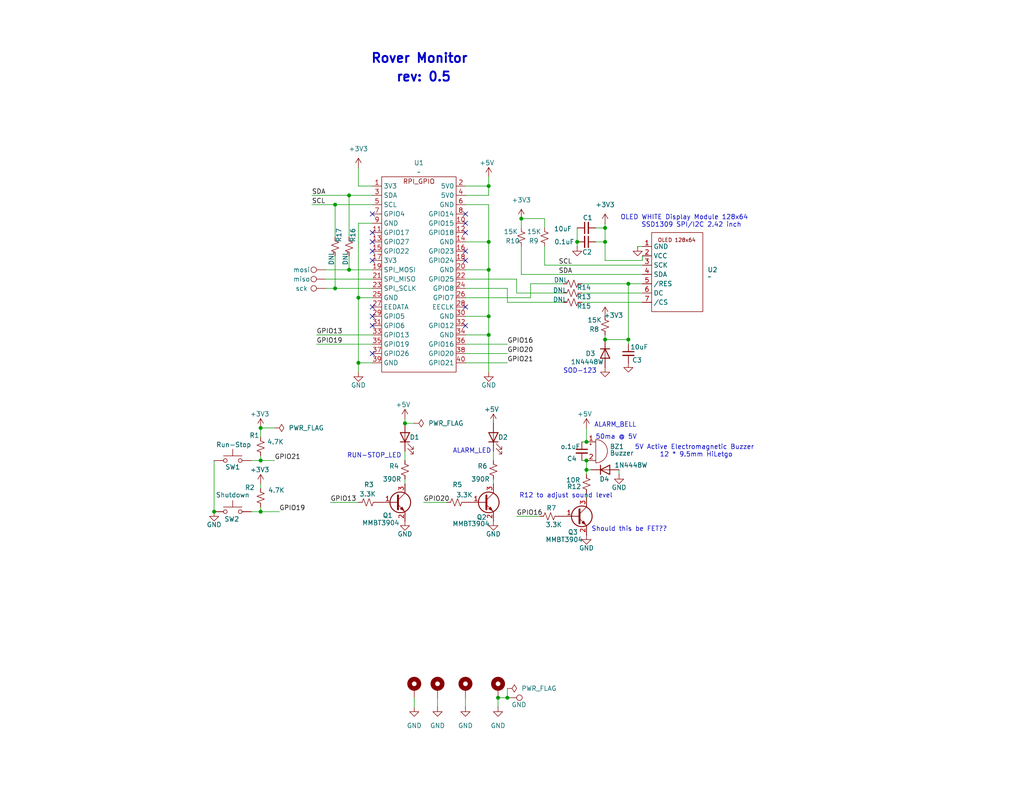
<source format=kicad_sch>
(kicad_sch (version 20231120) (generator "eeschema") (generator_version "8.0")
  (paper "USLetter")
  (title_block (title "Rover Monitor") (date "2025-12-29") (rev "V0.5"))
  (lib_symbols
    (symbol "Connector:TestPoint" (pin_numbers hide) (pin_names (offset 0.762) hide)
      (property "Reference" "TP" (at 0 6.858 0))
      (property "Value" "TestPoint" (at 0 5.08 0))
      (symbol "TestPoint_0_1"
        (circle (center 0 3.302) (radius 0.762))
      )
      (symbol "TestPoint_1_1"
        (pin passive line (at 0 0 90) (length 2.54) (name "1") (number "1"))
      )
    )
    (symbol "Device:Buzzer" (pin_names (offset 0.0254) hide)
      (property "Reference" "BZ" (at 3.81 1.27 0))
      (property "Value" "Buzzer" (at 3.81 -1.27 0))
      (symbol "Buzzer_0_1"
        (arc (start 0 -3.175) (mid 3.1612 0) (end 0 3.175))
        (polyline (pts (xy -1.651 1.905) (xy -1.143 1.905)))
        (polyline (pts (xy -1.397 2.159) (xy -1.397 1.651)))
        (polyline (pts (xy 0 3.175) (xy 0 -3.175)))
      )
      (symbol "Buzzer_1_1"
        (pin passive line (at -2.54 2.54 0) (length 2.54) (name "+") (number "1"))
        (pin passive line (at -2.54 -2.54 0) (length 2.54) (name "-") (number "2"))
      )
    )
    (symbol "Device:C_Small" (pin_numbers hide) (pin_names (offset 0.254) hide)
      (property "Reference" "C" (at 0.254 1.778 0))
      (property "Value" "C_Small" (at 0.254 -2.032 0))
      (symbol "C_Small_0_1"
        (polyline (pts (xy -1.524 -0.508) (xy 1.524 -0.508)) (stroke (width 0.3302)))
        (polyline (pts (xy -1.524 0.508) (xy 1.524 0.508)) (stroke (width 0.3048)))
      )
      (symbol "C_Small_1_1"
        (pin passive line (at 0 2.54 270) (length 2.032) (name "~") (number "1"))
        (pin passive line (at 0 -2.54 90) (length 2.032) (name "~") (number "2"))
      )
    )
    (symbol "Device:LED" (pin_numbers hide) (pin_names (offset 1.016) hide)
      (property "Reference" "D" (at 0 2.54 0))
      (property "Value" "LED" (at 0 -2.54 0))
      (symbol "LED_0_1"
        (polyline (pts (xy -1.27 -1.27) (xy -1.27 1.27)) (stroke (width 0.254)))
        (polyline (pts (xy -1.27 0) (xy 1.27 0)))
        (polyline (pts (xy 1.27 -1.27) (xy 1.27 1.27) (xy -1.27 0) (xy 1.27 -1.27)) (stroke (width 0.254)))
        (polyline (pts (xy -3.048 -0.762) (xy -4.572 -2.286) (xy -3.81 -2.286) (xy -4.572 -2.286) (xy -4.572 -1.524)))
        (polyline (pts (xy -1.778 -0.762) (xy -3.302 -2.286) (xy -2.54 -2.286) (xy -3.302 -2.286) (xy -3.302 -1.524)))
      )
      (symbol "LED_1_1"
        (pin passive line (at -3.81 0 0) (length 2.54) (name "K") (number "1"))
        (pin passive line (at 3.81 0 180) (length 2.54) (name "A") (number "2"))
      )
    )
    (symbol "Device:R_Small_US" (pin_numbers hide) (pin_names (offset 0.254) hide)
      (property "Reference" "R" (at 0.762 0.508 0))
      (property "Value" "R_Small_US" (at 0.762 -1.016 0))
      (symbol "R_Small_US_1_1"
        (polyline (pts (xy 0 0) (xy 1.016 -0.381) (xy 0 -0.762) (xy -1.016 -1.143) (xy 0 -1.524)))
        (polyline (pts (xy 0 1.524) (xy 1.016 1.143) (xy 0 0.762) (xy -1.016 0.381) (xy 0 0)))
        (pin passive line (at 0 2.54 270) (length 1.016) (name "~") (number "1"))
        (pin passive line (at 0 -2.54 90) (length 1.016) (name "~") (number "2"))
      )
    )
    (symbol "Diode:1N4448" (pin_numbers hide) (pin_names hide)
      (property "Reference" "D" (at 0 2.54 0))
      (property "Value" "1N4448" (at 0 -2.54 0))
      (symbol "1N4448_0_1"
        (polyline (pts (xy -1.27 1.27) (xy -1.27 -1.27)) (stroke (width 0.254)))
        (polyline (pts (xy 1.27 0) (xy -1.27 0)))
        (polyline (pts (xy 1.27 1.27) (xy 1.27 -1.27) (xy -1.27 0) (xy 1.27 1.27)) (stroke (width 0.254)))
      )
      (symbol "1N4448_1_1"
        (pin passive line (at -3.81 0 0) (length 2.54) (name "K") (number "1"))
        (pin passive line (at 3.81 0 180) (length 2.54) (name "A") (number "2"))
      )
    )
    (symbol "GND_1" (power) (pin_numbers hide) (pin_names (offset 0) hide)
      (property "Value" "GND" (at 0 -3.81 0))
      (symbol "GND_1_0_1"
        (polyline (pts (xy 0 0) (xy 0 -1.27) (xy 1.27 -1.27) (xy 0 -2.54) (xy -1.27 -1.27) (xy 0 -1.27)))
      )
      (symbol "GND_1_1_1"
        (pin power_in line (at 0 0 270) (length 0) (name "~") (number "1"))
      )
    )
    (symbol "Mechanical:MountingHole_Pad" (pin_numbers hide) (pin_names (offset 1.016) hide)
      (property "Reference" "H" (at 0 6.35 0))
      (property "Value" "MountingHole_Pad" (at 0 4.445 0))
      (symbol "MountingHole_Pad_0_1"
        (circle (center 0 1.27) (radius 1.27) (stroke (width 1.27)))
      )
      (symbol "MountingHole_Pad_1_1"
        (pin input line (at 0 -2.54 90) (length 2.54) (name "1") (number "1"))
      )
    )
    (symbol "PWR_FLAG_1" (power) (pin_numbers hide) (pin_names (offset 0) hide)
      (property "Value" "PWR_FLAG" (at 0 3.81 0))
      (symbol "PWR_FLAG_1_0_0"
        (pin power_out line (at 0 0 90) (length 0) (name "~") (number "1"))
      )
      (symbol "PWR_FLAG_1_0_1"
        (polyline (pts (xy 0 0) (xy 0 1.27) (xy -1.016 1.905) (xy 0 2.54) (xy 1.016 1.905) (xy 0 1.27)))
      )
    )
    (symbol "Switch:SW_Push" (pin_numbers hide) (pin_names (offset 1.016) hide)
      (property "Reference" "SW" (at 1.27 2.54 0))
      (property "Value" "SW_Push" (at 0 -1.524 0))
      (symbol "SW_Push_0_1"
        (circle (center -2.032 0) (radius 0.508))
        (polyline (pts (xy 0 1.27) (xy 0 3.048)))
        (polyline (pts (xy 2.54 1.27) (xy -2.54 1.27)))
        (circle (center 2.032 0) (radius 0.508))
        (pin passive line (at -5.08 0 0) (length 2.54) (name "1") (number "1"))
        (pin passive line (at 5.08 0 180) (length 2.54) (name "2") (number "2"))
      )
    )
    (symbol "Transistor_BJT:MMBT3904" (pin_names (offset 0) hide)
      (property "Reference" "Q" (at 5.08 1.905 0))
      (property "Value" "MMBT3904" (at 5.08 0 0))
      (symbol "MMBT3904_0_1"
        (polyline (pts (xy 0.635 0.635) (xy 2.54 2.54)))
        (polyline (pts (xy 0.635 -0.635) (xy 2.54 -2.54) (xy 2.54 -2.54)))
        (polyline (pts (xy 0.635 1.905) (xy 0.635 -1.905) (xy 0.635 -1.905)) (stroke (width 0.508)))
        (polyline (pts (xy 1.27 -1.778) (xy 1.778 -1.27) (xy 2.286 -2.286) (xy 1.27 -1.778) (xy 1.27 -1.778)) (fill (type outline)))
        (circle (center 1.27 0) (radius 2.8194) (stroke (width 0.254)))
      )
      (symbol "MMBT3904_1_1"
        (pin input line (at -5.08 0 0) (length 5.715) (name "B") (number "1"))
        (pin passive line (at 2.54 -5.08 90) (length 2.54) (name "E") (number "2"))
        (pin passive line (at 2.54 5.08 270) (length 2.54) (name "C") (number "3"))
      )
    )
    (symbol "jerrys_Library:oled_128x64"
      (property "Reference" "U" (at 1.016 2.286 0))
      (symbol "oled_128x64_1_1"
        (rectangle (start 0 1.27) (end 13.97 -20.32))
        (text "OLED 128x64" (at 6.858 -0.762 0) (effects (font (size 1.016 1.016))))
        (pin input line (at -2.54 -2.54 0) (length 2.54) (name "GND") (number "1"))
        (pin input line (at -2.54 -5.08 0) (length 2.54) (name "VCC") (number "2"))
        (pin input line (at -2.54 -7.62 0) (length 2.54) (name "SCK") (number "3"))
        (pin input line (at -2.54 -10.16 0) (length 2.54) (name "SDA") (number "4"))
        (pin input line (at -2.54 -12.7 0) (length 2.54) (name "/RES") (number "5"))
        (pin input line (at -2.54 -15.24 0) (length 2.54) (name "DC") (number "6"))
        (pin input line (at -2.54 -17.78 0) (length 2.54) (name "/CS") (number "7"))
      )
    )
    (symbol "power:+3V3" (power) (pin_numbers hide) (pin_names (offset 0) hide)
      (property "Value" "+3V3" (at 0 3.556 0))
      (symbol "+3V3_0_1"
        (polyline (pts (xy -0.762 1.27) (xy 0 2.54)))
        (polyline (pts (xy 0 0) (xy 0 2.54)))
        (polyline (pts (xy 0 2.54) (xy 0.762 1.27)))
      )
      (symbol "+3V3_1_1"
        (pin power_in line (at 0 0 90) (length 0) (name "~") (number "1"))
      )
    )
    (symbol "power:+5V" (power) (pin_numbers hide) (pin_names (offset 0) hide)
      (property "Value" "+5V" (at 0 3.556 0))
      (symbol "+5V_0_1"
        (polyline (pts (xy -0.762 1.27) (xy 0 2.54)))
        (polyline (pts (xy 0 0) (xy 0 2.54)))
        (polyline (pts (xy 0 2.54) (xy 0.762 1.27)))
      )
      (symbol "+5V_1_1"
        (pin power_in line (at 0 0 90) (length 0) (name "~") (number "1"))
      )
    )
    (symbol "rpi_gpio2_1"
      (property "Reference" "U" (at -7.874 27.686 0))
      (symbol "rpi_gpio2_1_1_1"
        (text "RPI_GPIO" (at 0 25.4 0) (effects (font (size 1.27 1.27))))
        (text_box "" (at -10.16 26.67 0) (size 20.32 -53.34) (fill (type color)) (effects (font (size 1.27 1.27)) (justify left top)))
        (pin output line (at -12.7 24.13 0) (length 2.54) (name "3V3") (number "1"))
        (pin input line (at 12.7 13.97 180) (length 2.54) (name "GPIO15") (number "10"))
        (pin input line (at -12.7 11.43 0) (length 2.54) (name "GPIO17") (number "11"))
        (pin input line (at 12.7 11.43 180) (length 2.54) (name "GPIO18") (number "12"))
        (pin input line (at -12.7 8.89 0) (length 2.54) (name "GPIO27") (number "13"))
        (pin input line (at 12.7 8.89 180) (length 2.54) (name "GND") (number "14"))
        (pin input line (at -12.7 6.35 0) (length 2.54) (name "GPIO22") (number "15"))
        (pin input line (at 12.7 6.35 180) (length 2.54) (name "GPIO23") (number "16"))
        (pin input line (at -12.7 3.81 0) (length 2.54) (name "3V3") (number "17"))
        (pin input line (at 12.7 3.81 180) (length 2.54) (name "GPIO24") (number "18"))
        (pin input line (at -12.7 1.27 0) (length 2.54) (name "SPI_MOSI") (number "19"))
        (pin input line (at 12.7 24.13 180) (length 2.54) (name "5V0") (number "2"))
        (pin input line (at 12.7 1.27 180) (length 2.54) (name "GND") (number "20"))
        (pin input line (at -12.7 -1.27 0) (length 2.54) (name "SPI_MISO") (number "21"))
        (pin input line (at 12.7 -1.27 180) (length 2.54) (name "GPIO25") (number "22"))
        (pin input line (at -12.7 -3.81 0) (length 2.54) (name "SPI_SCLK") (number "23"))
        (pin input line (at 12.7 -3.81 180) (length 2.54) (name "GPIO8") (number "24"))
        (pin input line (at -12.7 -6.35 0) (length 2.54) (name "GND") (number "25"))
        (pin input line (at 12.7 -6.35 180) (length 2.54) (name "GPIO7") (number "26"))
        (pin input line (at -12.7 -8.89 0) (length 2.54) (name "EEDATA") (number "27"))
        (pin input line (at 12.7 -8.89 180) (length 2.54) (name "EECLK") (number "28"))
        (pin input line (at -12.7 -11.43 0) (length 2.54) (name "GPIO5") (number "29"))
        (pin input line (at -12.7 21.59 0) (length 2.54) (name "SDA") (number "3"))
        (pin input line (at 12.7 -11.43 180) (length 2.54) (name "GND") (number "30"))
        (pin input line (at -12.7 -13.97 0) (length 2.54) (name "GPIO6") (number "31"))
        (pin input line (at 12.7 -13.97 180) (length 2.54) (name "GPIO12") (number "32"))
        (pin input line (at -12.7 -16.51 0) (length 2.54) (name "GPIO13") (number "33"))
        (pin input line (at 12.7 -16.51 180) (length 2.54) (name "GND") (number "34"))
        (pin input line (at -12.7 -19.05 0) (length 2.54) (name "GPIO19") (number "35"))
        (pin input line (at 12.7 -19.05 180) (length 2.54) (name "GPIO16") (number "36"))
        (pin input line (at -12.7 -21.59 0) (length 2.54) (name "GPIO26") (number "37"))
        (pin input line (at 12.7 -21.59 180) (length 2.54) (name "GPIO20") (number "38"))
        (pin input line (at -12.7 -24.13 0) (length 2.54) (name "GND") (number "39"))
        (pin input line (at 12.7 21.59 180) (length 2.54) (name "5V0") (number "4"))
        (pin input line (at 12.7 -24.13 180) (length 2.54) (name "GPIO21") (number "40"))
        (pin input line (at -12.7 19.05 0) (length 2.54) (name "SCL") (number "5"))
        (pin input line (at 12.7 19.05 180) (length 2.54) (name "GND") (number "6"))
        (pin input line (at -12.7 16.51 0) (length 2.54) (name "GPIO4") (number "7"))
        (pin input line (at 12.7 16.51 180) (length 2.54) (name "GPIO14") (number "8"))
        (pin input line (at -12.7 13.97 0) (length 2.54) (name "GND") (number "9"))
      )
    )
  )
  (junction (at 71.12 125.73))
  (junction (at 71.12 116.84))
  (junction (at 91.44 55.88))
  (junction (at 142.24 59.69))
  (junction (at 160.02 125.73))
  (junction (at 165.1 66.04))
  (junction (at 133.35 50.8))
  (junction (at 160.02 120.65))
  (junction (at 133.35 66.04))
  (junction (at 138.43 190.5))
  (junction (at 165.1 62.23))
  (junction (at 110.49 115.57))
  (junction (at 157.48 66.04))
  (junction (at 95.25 53.34))
  (junction (at 135.89 190.5))
  (junction (at 171.45 77.47))
  (junction (at 160.02 128.27))
  (junction (at 95.25 73.66))
  (junction (at 71.12 139.7))
  (junction (at 133.35 73.66))
  (junction (at 58.42 139.7))
  (junction (at 97.79 81.28))
  (junction (at 97.79 99.06))
  (junction (at 171.45 92.71))
  (junction (at 133.35 86.36))
  (junction (at 165.1 92.71))
  (junction (at 91.44 78.74))
  (junction (at 133.35 91.44))
  (no_connect (at 127 71.12))
  (no_connect (at 127 60.96))
  (no_connect (at 127 83.82))
  (no_connect (at 101.6 71.12))
  (no_connect (at 101.6 63.5))
  (no_connect (at 101.6 86.36))
  (no_connect (at 101.6 96.52))
  (no_connect (at 101.6 83.82))
  (no_connect (at 101.6 58.42))
  (no_connect (at 127 68.58))
  (no_connect (at 101.6 88.9))
  (no_connect (at 127 63.5))
  (no_connect (at 101.6 66.04))
  (no_connect (at 101.6 68.58))
  (no_connect (at 127 88.9))
  (no_connect (at 127 58.42))
  (wire (pts (xy 133.35 86.36) (xy 133.35 91.44)))
  (wire (pts (xy 71.12 119.38) (xy 71.12 116.84)))
  (wire (pts (xy 148.59 62.23) (xy 148.59 59.69)))
  (wire (pts (xy 119.38 190.5) (xy 119.38 193.04)))
  (wire (pts (xy 113.03 190.5) (xy 113.03 193.04)))
  (wire (pts (xy 168.91 129.54) (xy 168.91 128.27)))
  (wire (pts (xy 138.43 187.96) (xy 138.43 190.5)))
  (wire (pts (xy 127 91.44) (xy 133.35 91.44)))
  (wire (pts (xy 127 86.36) (xy 133.35 86.36)))
  (wire (pts (xy 68.58 139.7) (xy 71.12 139.7)))
  (wire (pts (xy 101.6 60.96) (xy 97.79 60.96)))
  (wire (pts (xy 115.57 137.16) (xy 121.92 137.16)))
  (wire (pts (xy 85.09 53.34) (xy 95.25 53.34)))
  (wire (pts (xy 127 53.34) (xy 133.35 53.34)))
  (wire (pts (xy 110.49 115.57) (xy 113.03 115.57)))
  (wire (pts (xy 127 96.52) (xy 138.43 96.52)))
  (wire (pts (xy 140.97 80.01) (xy 153.67 80.01)))
  (wire (pts (xy 134.62 130.81) (xy 134.62 132.08)))
  (wire (pts (xy 142.24 74.93) (xy 175.26 74.93)))
  (wire (pts (xy 160.02 128.27) (xy 160.02 125.73)))
  (wire (pts (xy 110.49 123.19) (xy 110.49 125.73)))
  (wire (pts (xy 175.26 67.31) (xy 173.99 67.31)))
  (wire (pts (xy 158.75 82.55) (xy 175.26 82.55)))
  (wire (pts (xy 127 99.06) (xy 138.43 99.06)))
  (wire (pts (xy 140.97 140.97) (xy 147.32 140.97)))
  (wire (pts (xy 91.44 78.74) (xy 101.6 78.74)))
  (wire (pts (xy 157.48 66.04) (xy 157.48 67.31)))
  (wire (pts (xy 71.12 116.84) (xy 74.93 116.84)))
  (wire (pts (xy 165.1 60.96) (xy 165.1 62.23)))
  (wire (pts (xy 133.35 73.66) (xy 133.35 86.36)))
  (wire (pts (xy 135.89 190.5) (xy 135.89 193.04)))
  (wire (pts (xy 95.25 69.85) (xy 95.25 73.66)))
  (wire (pts (xy 127 76.2) (xy 140.97 76.2)))
  (wire (pts (xy 85.09 55.88) (xy 91.44 55.88)))
  (wire (pts (xy 97.79 45.72) (xy 97.79 50.8)))
  (wire (pts (xy 158.75 77.47) (xy 171.45 77.47)))
  (wire (pts (xy 157.48 62.23) (xy 157.48 66.04)))
  (wire (pts (xy 133.35 55.88) (xy 133.35 66.04)))
  (wire (pts (xy 134.62 123.19) (xy 134.62 125.73)))
  (wire (pts (xy 91.44 55.88) (xy 91.44 64.77)))
  (wire (pts (xy 162.56 66.04) (xy 165.1 66.04)))
  (wire (pts (xy 97.79 81.28) (xy 97.79 99.06)))
  (wire (pts (xy 142.24 74.93) (xy 142.24 67.31)))
  (wire (pts (xy 140.97 76.2) (xy 140.97 80.01)))
  (wire (pts (xy 110.49 130.81) (xy 110.49 132.08)))
  (wire (pts (xy 68.58 125.73) (xy 71.12 125.73)))
  (wire (pts (xy 110.49 114.3) (xy 110.49 115.57)))
  (wire (pts (xy 127 73.66) (xy 133.35 73.66)))
  (wire (pts (xy 162.56 62.23) (xy 165.1 62.23)))
  (wire (pts (xy 158.75 120.65) (xy 160.02 120.65)))
  (wire (pts (xy 160.02 129.54) (xy 160.02 128.27)))
  (wire (pts (xy 148.59 72.39) (xy 175.26 72.39)))
  (wire (pts (xy 175.26 71.12) (xy 165.1 71.12)))
  (wire (pts (xy 88.9 73.66) (xy 95.25 73.66)))
  (wire (pts (xy 165.1 92.71) (xy 171.45 92.71)))
  (wire (pts (xy 142.24 59.69) (xy 142.24 62.23)))
  (wire (pts (xy 171.45 92.71) (xy 171.45 93.98)))
  (wire (pts (xy 175.26 71.12) (xy 175.26 69.85)))
  (wire (pts (xy 144.78 77.47) (xy 153.67 77.47)))
  (wire (pts (xy 91.44 55.88) (xy 101.6 55.88)))
  (wire (pts (xy 90.17 137.16) (xy 97.79 137.16)))
  (wire (pts (xy 165.1 62.23) (xy 165.1 66.04)))
  (wire (pts (xy 127 55.88) (xy 133.35 55.88)))
  (wire (pts (xy 95.25 53.34) (xy 95.25 64.77)))
  (wire (pts (xy 71.12 133.35) (xy 71.12 132.08)))
  (wire (pts (xy 88.9 76.2) (xy 101.6 76.2)))
  (wire (pts (xy 165.1 92.71) (xy 165.1 91.44)))
  (wire (pts (xy 97.79 60.96) (xy 97.79 81.28)))
  (wire (pts (xy 95.25 53.34) (xy 101.6 53.34)))
  (wire (pts (xy 58.42 125.73) (xy 58.42 139.7)))
  (wire (pts (xy 133.35 91.44) (xy 133.35 101.6)))
  (wire (pts (xy 171.45 77.47) (xy 175.26 77.47)))
  (wire (pts (xy 171.45 77.47) (xy 171.45 92.71)))
  (wire (pts (xy 86.36 93.98) (xy 101.6 93.98)))
  (wire (pts (xy 71.12 125.73) (xy 71.12 124.46)))
  (wire (pts (xy 88.9 78.74) (xy 91.44 78.74)))
  (wire (pts (xy 71.12 125.73) (xy 74.93 125.73)))
  (wire (pts (xy 91.44 69.85) (xy 91.44 78.74)))
  (wire (pts (xy 97.79 81.28) (xy 101.6 81.28)))
  (wire (pts (xy 97.79 99.06) (xy 97.79 101.6)))
  (wire (pts (xy 158.75 80.01) (xy 175.26 80.01)))
  (wire (pts (xy 160.02 135.89) (xy 160.02 134.62)))
  (wire (pts (xy 133.35 66.04) (xy 133.35 73.66)))
  (wire (pts (xy 160.02 116.84) (xy 160.02 120.65)))
  (wire (pts (xy 101.6 50.8) (xy 97.79 50.8)))
  (wire (pts (xy 138.43 82.55) (xy 153.67 82.55)))
  (wire (pts (xy 160.02 128.27) (xy 161.29 128.27)))
  (wire (pts (xy 127 190.5) (xy 127 193.04)))
  (wire (pts (xy 97.79 99.06) (xy 101.6 99.06)))
  (wire (pts (xy 127 93.98) (xy 138.43 93.98)))
  (wire (pts (xy 158.75 125.73) (xy 160.02 125.73)))
  (wire (pts (xy 127 78.74) (xy 138.43 78.74)))
  (wire (pts (xy 148.59 72.39) (xy 148.59 67.31)))
  (wire (pts (xy 86.36 91.44) (xy 101.6 91.44)))
  (wire (pts (xy 127 50.8) (xy 133.35 50.8)))
  (wire (pts (xy 148.59 59.69) (xy 142.24 59.69)))
  (wire (pts (xy 144.78 81.28) (xy 144.78 77.47)))
  (wire (pts (xy 138.43 78.74) (xy 138.43 82.55)))
  (wire (pts (xy 71.12 139.7) (xy 71.12 138.43)))
  (wire (pts (xy 133.35 53.34) (xy 133.35 50.8)))
  (wire (pts (xy 127 81.28) (xy 144.78 81.28)))
  (wire (pts (xy 165.1 66.04) (xy 165.1 71.12)))
  (wire (pts (xy 95.25 73.66) (xy 101.6 73.66)))
  (wire (pts (xy 71.12 139.7) (xy 76.2 139.7)))
  (wire (pts (xy 127 66.04) (xy 133.35 66.04)))
  (wire (pts (xy 133.35 50.8) (xy 133.35 48.26)))
  (wire (pts (xy 135.89 190.5) (xy 138.43 190.5)))
  (text "RUN-STOP_LED" (at 102.108 124.46 0) (effects (font (size 1.27 1.27))))
  (text "ALARM_BELL" (at 167.894 116.078 0) (effects (font (size 1.27 1.27))))
  (text "rev: 0.5" (at 107.95 22.606 0) (effects (font (size 2.5 2.5) (thickness 0.5) (bold yes)) (justify left bottom)))
  (text "SOD-123" (at 158.242 101.346 0) (effects (font (size 1.27 1.27))))
  (text "Rover Monitor" (at 101.092 17.526 0) (effects (font (size 2.5 2.5) (thickness 0.5) (bold yes)) (justify left bottom)))
  (text "50ma @ 5V" (at 168.148 119.38 0) (effects (font (size 1.27 1.27))))
  (text "Should this be FET??" (at 171.704 144.526 0) (effects (font (size 1.27 1.27))))
  (text "OLED WHITE Display Module 128x64 \n   SSD1309 SPI/I2C 2.42 inch" (at 187.198 60.452 0) (effects (font (size 1.27 1.27))))
  (text "ALARM_LED" (at 128.778 123.19 0) (effects (font (size 1.27 1.27))))
  (text "5V Active Electromagnetic Buzzer\n 12 * 9.5mm HiLetgo" (at 189.484 123.19 0) (effects (font (size 1.27 1.27))))
  (text "R12 to adjust sound level" (at 154.432 135.382 0) (effects (font (size 1.27 1.27))))
  (label "GPIO20" (at 115.57 137.16 0))
  (label "GPIO21" (at 74.93 125.73 0))
  (label "SCL" (at 152.4 72.39 0))
  (label "GPIO13" (at 90.17 137.16 0))
  (label "GPIO13" (at 86.36 91.44 0))
  (label "SCL" (at 85.09 55.88 0))
  (label "GPIO16" (at 140.97 140.97 0))
  (label "SDA" (at 85.09 53.34 0))
  (label "GPIO19" (at 76.2 139.7 0))
  (label "SDA" (at 152.4 74.93 0))
  (label "GPIO16" (at 138.43 93.98 0))
  (label "GPIO21" (at 138.43 99.06 0))
  (label "GPIO19" (at 86.36 93.98 0))
  (label "GPIO20" (at 138.43 96.52 0))
  (symbol (lib_id "Transistor_BJT:MMBT3904") (at 157.48 140.97 0) (unit 1)
    (property "Reference" "Q3" (at 154.94 145.288 0) (effects (justify left)))
    (property "Value" "MMBT3904" (at 148.844 147.32 0) (effects (justify left)))
    (property "Footprint" "Package_TO_SOT_SMD:SOT-23" (effects (hide yes)))
    (property "Datasheet" "https://www.onsemi.com/pdf/datasheet/pzt3904-d.pdf" (effects (hide yes)))
    (property "Description" "0.2A Ic, 40V Vce, Small Signal NPN Transistor, SOT-23" (effects (hide yes)))
  )
  (symbol (lib_name "GND_1") (lib_id "power:GND") (at 119.38 193.04 0) (unit 1)
    (property "Reference" "#PWR22" (effects (hide yes)))
    (property "Value" "GND" (at 119.38 198.12 0))
    (property "Description" "Power symbol creates a global label with name \"GND\" , ground" (effects (hide yes)))
  )
  (symbol (lib_id "Device:C_Small") (at 160.02 62.23 90) (mirror x) (unit 1)
    (property "Reference" "C1" (at 159.004 59.436 90) (effects (justify right)))
    (property "Value" "10uF" (at 151.13 62.484 90) (effects (justify right)))
    (property "Footprint" "Capacitor_SMD:C_0805_2012Metric_Pad1.18x1.45mm_HandSolder" (effects (hide yes)))
    (property "Description" "CAP CER, 10uF, 25V, X7R, 0805" (effects (hide yes)))
    (property "Vendor" "Digikey" (effects (hide yes)))
    (property "Vendor Part#" "1276-1099-1-ND " (effects (hide yes)))
  )
  (symbol (lib_id "Device:R_Small_US") (at 156.21 80.01 90) (unit 1) (in_bom no) (on_board no)
    (property "Reference" "R13" (at 161.29 81.026 90) (effects (justify left)))
    (property "Value" "DNL" (at 154.686 79.248 90) (effects (justify left)))
    (property "Footprint" "Resistor_SMD:R_0805_2012Metric_Pad1.20x1.40mm_HandSolder" (effects (hide yes)))
    (property "Description" "RES 0R OHM 1% 1/8W 0805" (effects (hide yes)))
    (property "Vendor" "Digikey" (effects (hide yes)))
    (property "Vendor Part#" "RMCF0805FT100RCT-ND " (effects (hide yes)))
  )
  (symbol (lib_name "GND_1") (lib_id "power:GND") (at 157.48 67.31 0) (mirror y) (unit 1)
    (property "Reference" "#PWR14" (effects (hide yes)))
    (property "Value" "GND" (effects (hide yes)))
    (property "Description" "Power symbol creates a global label with name \"GND\" , ground" (effects (hide yes)))
  )
  (symbol (lib_name "GND_1") (lib_id "power:GND") (at 135.89 193.04 0) (unit 1)
    (property "Reference" "#PWR13" (effects (hide yes)))
    (property "Value" "GND" (at 135.89 198.12 0))
    (property "Description" "Power symbol creates a global label with name \"GND\" , ground" (effects (hide yes)))
  )
  (symbol (lib_id "Device:R_Small_US") (at 71.12 135.89 0) (unit 1)
    (property "Reference" "R2" (at 66.802 133.096 0) (effects (justify left)))
    (property "Value" "4.7K" (at 73.152 133.858 0) (effects (justify left)))
    (property "Footprint" "Resistor_SMD:R_0805_2012Metric_Pad1.20x1.40mm_HandSolder" (effects (hide yes)))
    (property "Description" "RES 4.7K OHM 1% 1/8W 0805" (effects (hide yes)))
    (property "Vendor" "Digikey" (effects (hide yes)))
    (property "Vendor Part#" "RMCF0805FT100RCT-ND " (effects (hide yes)))
  )
  (symbol (lib_id "Connector:TestPoint") (at 88.9 76.2 90) (unit 1) (in_bom no)
    (property "Reference" "miso1" (effects (hide yes)))
    (property "Value" "miso" (at 82.296 76.2 90))
    (property "Footprint" "TestPoint:TestPoint_THTPad_D2.0mm_Drill1.0mm" (effects (hide yes)))
  )
  (symbol (lib_id "Device:LED") (at 110.49 119.38 90) (unit 1)
    (property "Reference" "D1" (at 111.76 119.38 90) (effects (justify right)))
    (property "Value" "Run-Stop" (effects (hide yes)))
    (property "Footprint" "LED_SMD:LED_1206_3216Metric_Pad1.42x1.75mm_HandSolder" (effects (hide yes)))
    (property "Datasheet" "https://sunledusa.com/products/spec/XZM2CRK55W-3.pdf" (effects (hide yes)))
    (property "Description" "LED RED CLEAR SMD  1206" (effects (hide yes)))
    (property "Vendor" "Digikey" (effects (hide yes)))
    (property "Vendor Part#" "732-11422-1-ND " (effects (hide yes)))
  )
  (symbol (lib_id "Device:R_Small_US") (at 160.02 132.08 0) (unit 1)
    (property "Reference" "R12" (at 154.686 132.842 0) (effects (justify left)))
    (property "Value" "10R" (at 154.432 131.064 0) (effects (justify left)))
    (property "Footprint" "Resistor_SMD:R_0805_2012Metric_Pad1.20x1.40mm_HandSolder" (effects (hide yes)))
    (property "Description" "RES 10 OHM 1% 1/8W 0805" (effects (hide yes)))
    (property "Vendor" "Digikey" (effects (hide yes)))
    (property "Vendor Part#" "RMCF0805FT100RCT-ND " (effects (hide yes)))
  )
  (symbol (lib_id "Device:R_Small_US") (at 91.44 67.31 180) (unit 1)
    (property "Reference" "R17" (at 92.456 62.23 90) (effects (justify left)))
    (property "Value" "DNL" (at 90.424 68.58 90) (effects (justify left)))
    (property "Footprint" "Resistor_SMD:R_0805_2012Metric_Pad1.20x1.40mm_HandSolder" (effects (hide yes)))
    (property "Description" "RES 0R OHM 1% 1/8W 0805" (effects (hide yes)))
    (property "Vendor" "Digikey" (effects (hide yes)))
    (property "Vendor Part#" "RMCF0805FT100RCT-ND " (effects (hide yes)))
  )
  (symbol (lib_name "PWR_FLAG_1") (lib_id "power:PWR_FLAG") (at 113.03 115.57 270) (unit 1)
    (property "Reference" "#FLG3" (effects (hide yes)))
    (property "Value" "PWR_FLAG" (at 116.84 115.5699 90) (effects (justify left)))
    (property "Description" "Special symbol for telling ERC where power comes from" (effects (hide yes)))
  )
  (symbol (lib_id "Mechanical:MountingHole_Pad") (at 113.03 187.96 0) (unit 1) (in_bom no)
    (property "Reference" "H4" (effects (hide yes)))
    (property "Value" "MountingHole_Pad" (effects (hide yes)))
    (property "Footprint" "MountingHole:MountingHole_3.2mm_M3_ISO7380_Pad_TopBottom" (effects (hide yes)))
  )
  (symbol (lib_name "rpi_gpio2_1") (lib_id "jerrys_Library:rpi_gpio2") (at 114.3 74.93 0) (unit 1)
    (property "Reference" "U1" (at 114.3 44.45 0))
    (property "Value" "~" (at 114.3 46.99 0))
    (property "Footprint" "Connector_PinHeader_2.54mm:PinHeader_2x20_P2.54mm_Vertical" (effects (hide yes)))
  )
  (symbol (lib_id "Connector:TestPoint") (at 88.9 73.66 90) (unit 1) (in_bom no)
    (property "Reference" "mosi1" (effects (hide yes)))
    (property "Value" "mosi" (at 82.296 73.66 90))
    (property "Footprint" "TestPoint:TestPoint_THTPad_D2.0mm_Drill1.0mm" (effects (hide yes)))
  )
  (symbol (lib_id "Mechanical:MountingHole_Pad") (at 119.38 187.96 0) (unit 1) (in_bom no)
    (property "Reference" "H3" (effects (hide yes)))
    (property "Value" "MountingHole_Pad" (effects (hide yes)))
    (property "Footprint" "MountingHole:MountingHole_3.2mm_M3_ISO7380_Pad_TopBottom" (effects (hide yes)))
  )
  (symbol (lib_id "Device:R_Small_US") (at 149.86 140.97 270) (unit 1)
    (property "Reference" "R7" (at 149.098 138.684 90) (effects (justify left)))
    (property "Value" "3.3K" (at 148.844 143.256 90) (effects (justify left)))
    (property "Footprint" "Resistor_SMD:R_0805_2012Metric_Pad1.20x1.40mm_HandSolder" (effects (hide yes)))
    (property "Description" "RES 100 OHM 1% 1/8W 0805" (effects (hide yes)))
    (property "Vendor" "Digikey" (effects (hide yes)))
    (property "Vendor Part#" "RMCF0805FT100RCT-ND " (effects (hide yes)))
  )
  (symbol (lib_name "GND_1") (lib_id "power:GND") (at 133.35 101.6 0) (unit 1)
    (property "Reference" "#PWR10" (effects (hide yes)))
    (property "Value" "GND" (at 133.35 105.156 0))
    (property "Description" "Power symbol creates a global label with name \"GND\" , ground" (effects (hide yes)))
  )
  (symbol (lib_name "GND_1") (lib_id "power:GND") (at 165.1 100.33 0) (mirror y) (unit 1)
    (property "Reference" "#PWR20" (effects (hide yes)))
    (property "Value" "GND" (effects (hide yes)))
    (property "Description" "Power symbol creates a global label with name \"GND\" , ground" (effects (hide yes)))
  )
  (symbol (lib_id "power:+3V3") (at 165.1 60.96 0) (mirror y) (unit 1)
    (property "Reference" "#PWR17" (effects (hide yes)))
    (property "Value" "+3V3" (at 165.1 55.88 0))
    (property "Description" "Power symbol creates a global label with name \"+3V3\"" (effects (hide yes)))
  )
  (symbol (lib_id "Device:R_Small_US") (at 156.21 82.55 90) (unit 1) (in_bom no) (on_board no)
    (property "Reference" "R15" (at 161.29 83.566 90) (effects (justify left)))
    (property "Value" "DNL" (at 154.686 81.788 90) (effects (justify left)))
    (property "Footprint" "Resistor_SMD:R_0805_2012Metric_Pad1.20x1.40mm_HandSolder" (effects (hide yes)))
    (property "Description" "RES 0R OHM 1% 1/8W 0805" (effects (hide yes)))
    (property "Vendor" "Digikey" (effects (hide yes)))
    (property "Vendor Part#" "RMCF0805FT100RCT-ND " (effects (hide yes)))
  )
  (symbol (lib_id "power:+3V3") (at 71.12 116.84 0) (unit 1)
    (property "Reference" "#PWR2" (effects (hide yes)))
    (property "Value" "+3V3" (at 70.866 113.03 0))
    (property "Description" "Power symbol creates a global label with name \"+3V3\"" (effects (hide yes)))
  )
  (symbol (lib_id "power:+5V") (at 160.02 116.84 0) (unit 1)
    (property "Reference" "#PWR15" (effects (hide yes)))
    (property "Value" "+5V" (at 159.512 113.03 0))
    (property "Description" "Power symbol creates a global label with name \"+5V\"" (effects (hide yes)))
  )
  (symbol (lib_id "Device:R_Small_US") (at 100.33 137.16 270) (unit 1)
    (property "Reference" "R3" (at 99.314 132.334 90) (effects (justify left)))
    (property "Value" "3.3K" (at 98.044 134.874 90) (effects (justify left)))
    (property "Footprint" "Resistor_SMD:R_0805_2012Metric_Pad1.20x1.40mm_HandSolder" (effects (hide yes)))
    (property "Description" "RES 3.3K OHM 1% 1/8W 0805" (effects (hide yes)))
    (property "Vendor" "Digikey" (effects (hide yes)))
    (property "Vendor Part#" "RMCF0805FT100RCT-ND " (effects (hide yes)))
  )
  (symbol (lib_name "GND_1") (lib_id "power:GND") (at 113.03 193.04 0) (unit 1)
    (property "Reference" "#PWR23" (effects (hide yes)))
    (property "Value" "GND" (at 113.03 198.12 0))
    (property "Description" "Power symbol creates a global label with name \"GND\" , ground" (effects (hide yes)))
  )
  (symbol (lib_id "jerrys_Library:oled_128x64") (at 177.8 64.77 0) (unit 1)
    (property "Reference" "U2" (at 193.04 73.6599 0) (effects (justify left)))
    (property "Value" "~" (at 193.04 75.565 0) (effects (justify left)))
    (property "Footprint" "jerrys_Library:oled_128x64_r2" (effects (hide yes)))
    (property "Description" "OLED WHITE Display Module 128x64 SSD1309 SPI/I2C 2.42 inch" (effects (hide yes)))
  )
  (symbol (lib_id "Mechanical:MountingHole_Pad") (at 135.89 187.96 0) (unit 1) (in_bom no)
    (property "Reference" "H2" (effects (hide yes)))
    (property "Value" "MountingHole_Pad" (effects (hide yes)))
    (property "Footprint" "MountingHole:MountingHole_3.2mm_M3_ISO7380_Pad_TopBottom" (effects (hide yes)))
  )
  (symbol (lib_name "GND_1") (lib_id "power:GND") (at 110.49 142.24 0) (unit 1)
    (property "Reference" "#PWR7" (effects (hide yes)))
    (property "Value" "GND" (at 110.49 145.796 0))
    (property "Description" "Power symbol creates a global label with name \"GND\" , ground" (effects (hide yes)))
  )
  (symbol (lib_id "Device:LED") (at 134.62 119.38 90) (unit 1)
    (property "Reference" "D2" (at 135.89 119.38 90) (effects (justify right)))
    (property "Value" "Alarm" (effects (hide yes)))
    (property "Footprint" "LED_SMD:LED_1206_3216Metric_Pad1.42x1.75mm_HandSolder" (effects (hide yes)))
    (property "Datasheet" "https://sunledusa.com/products/spec/XZM2CRK55W-3.pdf" (effects (hide yes)))
    (property "Description" "LED RED CLEAR SMD  1206" (effects (hide yes)))
    (property "Vendor" "Digikey" (effects (hide yes)))
    (property "Vendor Part#" "732-11422-1-ND " (effects (hide yes)))
  )
  (symbol (lib_id "Switch:SW_Push") (at 63.5 125.73 0) (unit 1)
    (property "Reference" "SW1" (at 63.5 127.508 0))
    (property "Value" "Run-Stop" (at 63.754 121.412 0))
    (property "Footprint" "Button_Switch_THT:SW_TH_Tactile_Omron_B3F-10xx" (effects (hide yes)))
    (property "Description" "Push button switch, generic, two pins" (effects (hide yes)))
  )
  (symbol (lib_id "Device:R_Small_US") (at 148.59 64.77 0) (unit 1)
    (property "Reference" "R9" (at 144.272 65.786 0) (effects (justify left)))
    (property "Value" "15K" (at 143.764 63.246 0) (effects (justify left)))
    (property "Footprint" "Resistor_SMD:R_0805_2012Metric_Pad1.20x1.40mm_HandSolder" (effects (hide yes)))
    (property "Description" "RES 15K OHM 1% 1/8W 0805" (effects (hide yes)))
    (property "Vendor" "Digikey" (effects (hide yes)))
    (property "Vendor Part#" "RMCF0805FT100RCT-ND " (effects (hide yes)))
  )
  (symbol (lib_id "power:+5V") (at 134.62 115.57 0) (unit 1)
    (property "Reference" "#PWR11" (effects (hide yes)))
    (property "Value" "+5V" (at 134.112 111.76 0))
    (property "Description" "Power symbol creates a global label with name \"+5V\"" (effects (hide yes)))
  )
  (symbol (lib_id "power:+5V") (at 110.49 114.3 0) (unit 1)
    (property "Reference" "#PWR6" (effects (hide yes)))
    (property "Value" "+5V" (at 109.982 110.49 0))
    (property "Description" "Power symbol creates a global label with name \"+5V\"" (effects (hide yes)))
  )
  (symbol (lib_id "Device:R_Small_US") (at 142.24 64.77 0) (unit 1)
    (property "Reference" "R10" (at 137.922 65.786 0) (effects (justify left)))
    (property "Value" "15K" (at 137.414 63.246 0) (effects (justify left)))
    (property "Footprint" "Resistor_SMD:R_0805_2012Metric_Pad1.20x1.40mm_HandSolder" (effects (hide yes)))
    (property "Description" "RES 15K OHM 1% 1/8W 0805" (effects (hide yes)))
    (property "Vendor" "Digikey" (effects (hide yes)))
    (property "Vendor Part#" "RMCF0805FT100RCT-ND " (effects (hide yes)))
  )
  (symbol (lib_id "Device:R_Small_US") (at 95.25 67.31 180) (unit 1) (in_bom no) (on_board no)
    (property "Reference" "R16" (at 96.266 62.23 90) (effects (justify left)))
    (property "Value" "DNL" (at 94.234 68.58 90) (effects (justify left)))
    (property "Footprint" "Resistor_SMD:R_0805_2012Metric_Pad1.20x1.40mm_HandSolder" (effects (hide yes)))
    (property "Description" "RES 0R OHM 1% 1/8W 0805" (effects (hide yes)))
    (property "Vendor" "Digikey" (effects (hide yes)))
    (property "Vendor Part#" "RMCF0805FT100RCT-ND " (effects (hide yes)))
  )
  (symbol (lib_id "Device:Buzzer") (at 162.56 123.19 0) (unit 1)
    (property "Reference" "BZ1" (at 166.37 121.9199 0) (effects (justify left)))
    (property "Value" "Buzzer" (at 166.37 123.698 0) (effects (justify left)))
    (property "Footprint" "Buzzer_Beeper:Buzzer_12x9.5RM7.6" (effects (hide yes)))
    (property "Description" "Buzzer, polarized  5V Active Electromagnetic Buzzer 12 * 9.5mm HiLetgo" (effects (hide yes)))
  )
  (symbol (lib_id "Diode:1N4448") (at 165.1 128.27 0) (unit 1)
    (property "Reference" "D4" (at 163.576 130.81 0) (effects (justify left)))
    (property "Value" "1N4448W" (at 167.64 127 0) (effects (justify left)))
    (property "Footprint" "Diode_SMD:D_SOD-123" (effects (hide yes)))
    (property "Datasheet" "https://assets.nexperia.com/documents/data-sheet/1N4148_1N4448.pdf" (effects (hide yes)))
    (property "Description" "100V 0.15A High-speed standard diode, DO-35" (effects (hide yes)))
    (property "Sim.Device" "D" (effects (hide yes)))
    (property "Sim.Pins" "1=K 2=A" (effects (hide yes)))
  )
  (symbol (lib_id "Device:C_Small") (at 160.02 66.04 270) (mirror x) (unit 1)
    (property "Reference" "C2" (at 161.544 68.834 90) (effects (justify right)))
    (property "Value" "0.1uF" (at 156.718 66.04 90) (effects (justify right)))
    (property "Footprint" "Capacitor_SMD:C_0805_2012Metric_Pad1.18x1.45mm_HandSolder" (effects (hide yes)))
    (property "Description" "CAP CER, 0.1uF, 25V, X7R, 0805" (effects (hide yes)))
    (property "Vendor" "Digikey" (effects (hide yes)))
    (property "Vendor Part#" "1276-1099-1-ND " (effects (hide yes)))
  )
  (symbol (lib_id "power:+3V3") (at 142.24 59.69 0) (mirror y) (unit 1)
    (property "Reference" "#PWR24" (effects (hide yes)))
    (property "Value" "+3V3" (at 142.24 54.61 0))
    (property "Description" "Power symbol creates a global label with name \"+3V3\"" (effects (hide yes)))
  )
  (symbol (lib_id "Device:R_Small_US") (at 156.21 77.47 90) (unit 1) (in_bom no) (on_board no)
    (property "Reference" "R14" (at 161.29 78.486 90) (effects (justify left)))
    (property "Value" "DNL" (at 154.94 76.454 90) (effects (justify left)))
    (property "Footprint" "Resistor_SMD:R_0805_2012Metric_Pad1.20x1.40mm_HandSolder" (effects (hide yes)))
    (property "Description" "RES 0R OHM 1% 1/8W 0805" (effects (hide yes)))
    (property "Vendor" "Digikey" (effects (hide yes)))
    (property "Vendor Part#" "RMCF0805FT100RCT-ND " (effects (hide yes)))
  )
  (symbol (lib_name "GND_1") (lib_id "power:GND") (at 127 193.04 0) (unit 1)
    (property "Reference" "#PWR8" (effects (hide yes)))
    (property "Value" "GND" (at 127 198.12 0))
    (property "Description" "Power symbol creates a global label with name \"GND\" , ground" (effects (hide yes)))
  )
  (symbol (lib_id "Connector:TestPoint") (at 88.9 78.74 90) (unit 1) (in_bom no)
    (property "Reference" "sck1" (effects (hide yes)))
    (property "Value" "sck" (at 82.296 78.74 90))
    (property "Footprint" "TestPoint:TestPoint_THTPad_D2.0mm_Drill1.0mm" (effects (hide yes)))
  )
  (symbol (lib_id "Connector:TestPoint") (at 138.43 190.5 270) (mirror x) (unit 1) (in_bom no)
    (property "Reference" "GND1" (effects (hide yes)))
    (property "Value" "GND" (at 141.605 192.405 90))
    (property "Footprint" "TestPoint:TestPoint_THTPad_D2.0mm_Drill1.0mm" (effects (hide yes)))
  )
  (symbol (lib_name "PWR_FLAG_1") (lib_id "power:PWR_FLAG") (at 74.93 116.84 270) (unit 1)
    (property "Reference" "#FLG2" (effects (hide yes)))
    (property "Value" "PWR_FLAG" (at 78.74 116.8399 90) (effects (justify left)))
    (property "Description" "Special symbol for telling ERC where power comes from" (effects (hide yes)))
  )
  (symbol (lib_id "Transistor_BJT:MMBT3904") (at 107.95 137.16 0) (unit 1)
    (property "Reference" "Q1" (at 104.394 140.716 0) (effects (justify left)))
    (property "Value" "MMBT3904" (at 98.806 142.748 0) (effects (justify left)))
    (property "Footprint" "Package_TO_SOT_SMD:SOT-23" (effects (hide yes)))
    (property "Datasheet" "https://www.onsemi.com/pdf/datasheet/pzt3904-d.pdf" (effects (hide yes)))
    (property "Description" "0.2A Ic, 40V Vce, Small Signal NPN Transistor, SOT-23" (effects (hide yes)))
  )
  (symbol (lib_name "GND_1") (lib_id "power:GND") (at 160.02 146.05 0) (unit 1)
    (property "Reference" "#PWR16" (effects (hide yes)))
    (property "Value" "GND" (at 160.02 149.606 0))
    (property "Description" "Power symbol creates a global label with name \"GND\" , ground" (effects (hide yes)))
  )
  (symbol (lib_id "Device:R_Small_US") (at 134.62 128.27 0) (unit 1)
    (property "Reference" "R6" (at 130.302 127.254 0) (effects (justify left)))
    (property "Value" "390R" (at 128.524 130.81 0) (effects (justify left)))
    (property "Footprint" "Resistor_SMD:R_0805_2012Metric_Pad1.20x1.40mm_HandSolder" (effects (hide yes)))
    (property "Description" "RES 390 OHM 1% 1/8W 0805" (effects (hide yes)))
    (property "Vendor" "Digikey" (effects (hide yes)))
    (property "Vendor Part#" "RMCF0805FT100RCT-ND " (effects (hide yes)))
  )
  (symbol (lib_id "Device:R_Small_US") (at 71.12 121.92 0) (unit 1)
    (property "Reference" "R1" (at 68.072 118.872 0) (effects (justify left)))
    (property "Value" "4.7K" (at 72.898 120.65 0) (effects (justify left)))
    (property "Footprint" "Resistor_SMD:R_0805_2012Metric_Pad1.20x1.40mm_HandSolder" (effects (hide yes)))
    (property "Description" "RES 4.7K OHM 1% 1/8W 0805" (effects (hide yes)))
    (property "Vendor" "Digikey" (effects (hide yes)))
    (property "Vendor Part#" "RMCF0805FT100RCT-ND " (effects (hide yes)))
  )
  (symbol (lib_name "GND_1") (lib_id "power:GND") (at 134.62 142.24 0) (unit 1)
    (property "Reference" "#PWR12" (effects (hide yes)))
    (property "Value" "GND" (at 134.62 145.796 0))
    (property "Description" "Power symbol creates a global label with name \"GND\" , ground" (effects (hide yes)))
  )
  (symbol (lib_id "Mechanical:MountingHole_Pad") (at 127 187.96 0) (unit 1) (in_bom no)
    (property "Reference" "H1" (effects (hide yes)))
    (property "Value" "MountingHole_Pad" (effects (hide yes)))
    (property "Footprint" "MountingHole:MountingHole_3.2mm_M3_ISO7380_Pad_TopBottom" (effects (hide yes)))
  )
  (symbol (lib_id "Transistor_BJT:MMBT3904") (at 132.08 137.16 0) (unit 1)
    (property "Reference" "Q2" (at 130.048 141.224 0) (effects (justify left)))
    (property "Value" "MMBT3904" (at 123.444 143.002 0) (effects (justify left)))
    (property "Footprint" "Package_TO_SOT_SMD:SOT-23" (effects (hide yes)))
    (property "Datasheet" "https://www.onsemi.com/pdf/datasheet/pzt3904-d.pdf" (effects (hide yes)))
    (property "Description" "0.2A Ic, 40V Vce, Small Signal NPN Transistor, SOT-23" (effects (hide yes)))
  )
  (symbol (lib_name "GND_1") (lib_id "power:GND") (at 168.91 129.54 0) (unit 1)
    (property "Reference" "#PWR26" (effects (hide yes)))
    (property "Value" "GND" (at 168.91 133.096 0))
    (property "Description" "Power symbol creates a global label with name \"GND\" , ground" (effects (hide yes)))
  )
  (symbol (lib_name "GND_1") (lib_id "power:GND") (at 97.79 101.6 0) (unit 1)
    (property "Reference" "#PWR5" (effects (hide yes)))
    (property "Value" "GND" (at 97.79 105.156 0))
    (property "Description" "Power symbol creates a global label with name \"GND\" , ground" (effects (hide yes)))
  )
  (symbol (lib_name "GND_1") (lib_id "power:GND") (at 58.42 139.7 0) (unit 1)
    (property "Reference" "#PWR1" (effects (hide yes)))
    (property "Value" "GND" (at 58.42 143.256 0))
    (property "Description" "Power symbol creates a global label with name \"GND\" , ground" (effects (hide yes)))
  )
  (symbol (lib_id "Device:C_Small") (at 171.45 96.52 0) (mirror y) (unit 1)
    (property "Reference" "C3" (at 172.466 98.298 0) (effects (justify right)))
    (property "Value" "10uF" (at 171.958 94.742 0) (effects (justify right)))
    (property "Footprint" "Capacitor_SMD:C_0805_2012Metric_Pad1.18x1.45mm_HandSolder" (effects (hide yes)))
    (property "Description" "CAP CER, 0.1uF, 25V, X7R, 0805" (effects (hide yes)))
    (property "Vendor" "Digikey" (effects (hide yes)))
    (property "Vendor Part#" "1276-1099-1-ND " (effects (hide yes)))
  )
  (symbol (lib_id "power:+5V") (at 133.35 48.26 0) (unit 1)
    (property "Reference" "#PWR9" (effects (hide yes)))
    (property "Value" "+5V" (at 132.842 44.45 0))
    (property "Description" "Power symbol creates a global label with name \"+5V\"" (effects (hide yes)))
  )
  (symbol (lib_id "Diode:1N4448") (at 165.1 96.52 270) (unit 1)
    (property "Reference" "D3" (at 159.766 96.52 90) (effects (justify left)))
    (property "Value" "1N4448W" (at 155.702 98.806 90) (effects (justify left)))
    (property "Footprint" "Diode_SMD:D_SOD-123" (effects (hide yes)))
    (property "Datasheet" "https://assets.nexperia.com/documents/data-sheet/1N4148_1N4448.pdf" (effects (hide yes)))
    (property "Description" "100V 0.15A High-speed standard diode, DO-35" (effects (hide yes)))
    (property "Sim.Device" "D" (effects (hide yes)))
    (property "Sim.Pins" "1=K 2=A" (effects (hide yes)))
  )
  (symbol (lib_id "power:+3V3") (at 71.12 132.08 0) (unit 1)
    (property "Reference" "#PWR3" (effects (hide yes)))
    (property "Value" "+3V3" (at 70.866 128.27 0))
    (property "Description" "Power symbol creates a global label with name \"+3V3\"" (effects (hide yes)))
  )
  (symbol (lib_id "Device:R_Small_US") (at 165.1 88.9 0) (unit 1)
    (property "Reference" "R8" (at 160.782 89.916 0) (effects (justify left)))
    (property "Value" "15K" (at 160.274 87.376 0) (effects (justify left)))
    (property "Footprint" "Resistor_SMD:R_0805_2012Metric_Pad1.20x1.40mm_HandSolder" (effects (hide yes)))
    (property "Description" "RES 15K OHM 1% 1/8W 0805" (effects (hide yes)))
    (property "Vendor" "Digikey" (effects (hide yes)))
    (property "Vendor Part#" "RMCF0805FT100RCT-ND " (effects (hide yes)))
  )
  (symbol (lib_id "Device:R_Small_US") (at 124.46 137.16 270) (unit 1)
    (property "Reference" "R5" (at 123.444 132.334 90) (effects (justify left)))
    (property "Value" "3.3K" (at 124.46 135.128 90) (effects (justify left)))
    (property "Footprint" "Resistor_SMD:R_0805_2012Metric_Pad1.20x1.40mm_HandSolder" (effects (hide yes)))
    (property "Description" "RES 3.3K OHM 1% 1/8W 0805" (effects (hide yes)))
    (property "Vendor" "Digikey" (effects (hide yes)))
    (property "Vendor Part#" "RMCF0805FT100RCT-ND " (effects (hide yes)))
  )
  (symbol (lib_id "Device:R_Small_US") (at 110.49 128.27 0) (unit 1)
    (property "Reference" "R4" (at 106.172 127.254 0) (effects (justify left)))
    (property "Value" "390R" (at 104.394 130.81 0) (effects (justify left)))
    (property "Footprint" "Resistor_SMD:R_0805_2012Metric_Pad1.20x1.40mm_HandSolder" (effects (hide yes)))
    (property "Description" "RES 390 OHM 1% 1/8W 0805" (effects (hide yes)))
    (property "Vendor" "Digikey" (effects (hide yes)))
    (property "Vendor Part#" "RMCF0805FT100RCT-ND " (effects (hide yes)))
  )
  (symbol (lib_id "power:+3V3") (at 165.1 86.36 0) (mirror y) (unit 1)
    (property "Reference" "#PWR21" (effects (hide yes)))
    (property "Value" "+3V3" (at 167.386 86.106 0))
    (property "Description" "Power symbol creates a global label with name \"+3V3\"" (effects (hide yes)))
  )
  (symbol (lib_name "GND_1") (lib_id "power:GND") (at 173.99 67.31 0) (mirror y) (unit 1)
    (property "Reference" "#PWR19" (effects (hide yes)))
    (property "Value" "GND" (effects (hide yes)))
    (property "Description" "Power symbol creates a global label with name \"GND\" , ground" (effects (hide yes)))
  )
  (symbol (lib_id "Device:C_Small") (at 158.75 123.19 0) (mirror y) (unit 1)
    (property "Reference" "C4" (at 154.686 125.222 0) (effects (justify right)))
    (property "Value" "o.1uF" (at 152.908 121.92 0) (effects (justify right)))
    (property "Footprint" "Capacitor_SMD:C_0805_2012Metric_Pad1.18x1.45mm_HandSolder" (effects (hide yes)))
    (property "Description" "CAP CER, 0.1uF, 25V, X7R, 0805" (effects (hide yes)))
    (property "Vendor" "Digikey" (effects (hide yes)))
    (property "Vendor Part#" "1276-1099-1-ND " (effects (hide yes)))
  )
  (symbol (lib_id "Switch:SW_Push") (at 63.5 139.7 0) (unit 1)
    (property "Reference" "SW2" (at 63.246 141.732 0))
    (property "Value" "Shutdown" (at 63.5 135.128 0))
    (property "Footprint" "Button_Switch_THT:SW_TH_Tactile_Omron_B3F-10xx" (effects (hide yes)))
    (property "Description" "Push button switch, generic, two pins" (effects (hide yes)))
  )
  (symbol (lib_name "PWR_FLAG_1") (lib_id "power:PWR_FLAG") (at 138.43 187.96 270) (unit 1)
    (property "Reference" "#FLG1" (effects (hide yes)))
    (property "Value" "PWR_FLAG" (at 142.24 187.9599 90) (effects (justify left)))
    (property "Description" "Special symbol for telling ERC where power comes from" (effects (hide yes)))
  )
  (symbol (lib_name "GND_1") (lib_id "power:GND") (at 171.45 99.06 0) (mirror y) (unit 1)
    (property "Reference" "#PWR18" (effects (hide yes)))
    (property "Value" "GND" (effects (hide yes)))
    (property "Description" "Power symbol creates a global label with name \"GND\" , ground" (effects (hide yes)))
  )
  (symbol (lib_id "power:+3V3") (at 97.79 45.72 0) (unit 1)
    (property "Reference" "#PWR4" (effects (hide yes)))
    (property "Value" "+3V3" (at 97.79 40.64 0))
    (property "Description" "Power symbol creates a global label with name \"+3V3\"" (effects (hide yes)))
  )
)
</source>
